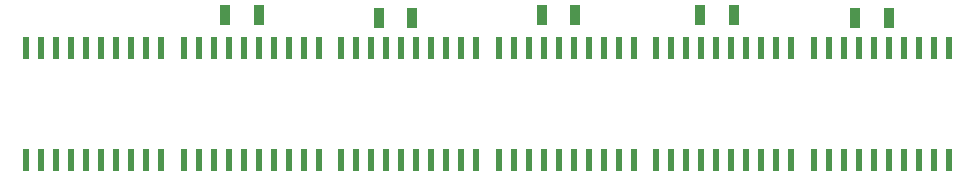
<source format=gbr>
G04 DesignSpark PCB Gerber Version 10.0 Build 5299*
%FSLAX35Y35*%
%MOIN*%
%ADD116R,0.02159X0.07277*%
%ADD110R,0.03655X0.06962*%
X0Y0D02*
D02*
D110*
X77809Y167900D03*
X88991D03*
X129009Y166700D03*
X140191D03*
X183409Y167900D03*
X194591D03*
X236209D03*
X247391D03*
X287809Y166700D03*
X298991D03*
D02*
D116*
X11600Y119498D03*
Y156702D03*
X16600Y119498D03*
Y156702D03*
X21600Y119498D03*
Y156702D03*
X26600Y119498D03*
Y156702D03*
X31600Y119498D03*
Y156702D03*
X36600Y119498D03*
Y156702D03*
X41600Y119498D03*
Y156702D03*
X46600Y119498D03*
Y156702D03*
X51600Y119498D03*
Y156702D03*
X56600Y119498D03*
Y156702D03*
X64100Y119498D03*
Y156702D03*
X69100Y119498D03*
Y156702D03*
X74100Y119498D03*
Y156702D03*
X79100Y119498D03*
Y156702D03*
X84100Y119498D03*
Y156702D03*
X89100Y119498D03*
Y156702D03*
X94100Y119498D03*
Y156702D03*
X99100Y119498D03*
Y156702D03*
X104100Y119498D03*
Y156702D03*
X109100Y119498D03*
Y156702D03*
X116600Y119498D03*
Y156702D03*
X121600Y119498D03*
Y156702D03*
X126600Y119498D03*
Y156702D03*
X131600Y119498D03*
Y156702D03*
X136600Y119498D03*
Y156702D03*
X141600Y119498D03*
Y156702D03*
X146600Y119498D03*
Y156702D03*
X151600Y119498D03*
Y156702D03*
X156600Y119498D03*
Y156702D03*
X161600Y119498D03*
Y156702D03*
X169100Y119498D03*
Y156702D03*
X174100Y119498D03*
Y156702D03*
X179100Y119498D03*
Y156702D03*
X184100Y119498D03*
Y156702D03*
X189100Y119498D03*
Y156702D03*
X194100Y119498D03*
Y156702D03*
X199100Y119498D03*
Y156702D03*
X204100Y119498D03*
Y156702D03*
X209100Y119498D03*
Y156702D03*
X214100Y119498D03*
Y156702D03*
X221600Y119498D03*
Y156702D03*
X226600Y119498D03*
Y156702D03*
X231600Y119498D03*
Y156702D03*
X236600Y119498D03*
Y156702D03*
X241600Y119498D03*
Y156702D03*
X246600Y119498D03*
Y156702D03*
X251600Y119498D03*
Y156702D03*
X256600Y119498D03*
Y156702D03*
X261600Y119498D03*
Y156702D03*
X266600Y119498D03*
Y156702D03*
X274100Y119498D03*
Y156702D03*
X279100Y119498D03*
Y156702D03*
X284100Y119498D03*
Y156702D03*
X289100Y119498D03*
Y156702D03*
X294100Y119498D03*
Y156702D03*
X299100Y119498D03*
Y156702D03*
X304100Y119498D03*
Y156702D03*
X309100Y119498D03*
Y156702D03*
X314100Y119498D03*
Y156702D03*
X319100Y119498D03*
Y156702D03*
X0Y0D02*
M02*

</source>
